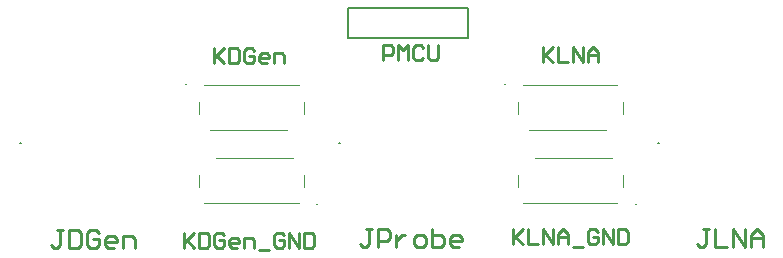
<source format=gto>
G04*
G04 #@! TF.GenerationSoftware,Altium Limited,Altium Designer,21.9.2 (33)*
G04*
G04 Layer_Color=65535*
%FSLAX24Y24*%
%MOIN*%
G70*
G04*
G04 #@! TF.SameCoordinates,87D4948C-9FC7-47F9-90E0-4F3E9AE4390E*
G04*
G04*
G04 #@! TF.FilePolarity,Positive*
G04*
G01*
G75*
%ADD10C,0.0079*%
%ADD11C,0.0039*%
%ADD12C,0.0100*%
D10*
X11378Y4374D02*
G03*
X11417Y4374I20J0D01*
G01*
D02*
G03*
X11378Y4374I-20J0D01*
G01*
D02*
G03*
X11417Y4374I20J0D01*
G01*
X22008D02*
G03*
X22047Y4374I20J0D01*
G01*
D02*
G03*
X22008Y4374I-20J0D01*
G01*
D02*
G03*
X22047Y4374I20J0D01*
G01*
X748D02*
G03*
X787Y4374I20J0D01*
G01*
D02*
G03*
X748Y4374I-20J0D01*
G01*
D02*
G03*
X787Y4374I20J0D01*
G01*
X15700Y7900D02*
Y8900D01*
X11700Y7900D02*
X15700D01*
X11700Y8900D02*
X15700D01*
X11700Y7900D02*
Y8900D01*
D11*
X6299Y6343D02*
G03*
X6260Y6343I-20J0D01*
G01*
D02*
G03*
X6299Y6343I20J0D01*
G01*
X21260Y2341D02*
G03*
X21299Y2341I20J0D01*
G01*
D02*
G03*
X21260Y2341I-20J0D01*
G01*
X16929Y6343D02*
G03*
X16890Y6343I-20J0D01*
G01*
D02*
G03*
X16929Y6343I20J0D01*
G01*
X10630Y2341D02*
G03*
X10669Y2341I20J0D01*
G01*
D02*
G03*
X10630Y2341I-20J0D01*
G01*
X7087Y4805D02*
X9646D01*
X6890Y6305D02*
X10039D01*
X6715Y5358D02*
Y5752D01*
X10215Y5358D02*
Y5752D01*
X17913Y3878D02*
X20472D01*
X17520Y2378D02*
X20669D01*
X20844Y2931D02*
Y3325D01*
X17344Y2931D02*
Y3325D01*
X17717Y4805D02*
X20276D01*
X17520Y6305D02*
X20669D01*
X17344Y5358D02*
Y5752D01*
X20844Y5358D02*
Y5752D01*
X7283Y3878D02*
X9843D01*
X6890Y2378D02*
X10039D01*
X10215Y2931D02*
Y3325D01*
X6715Y2931D02*
Y3325D01*
D12*
X12480Y1524D02*
X12280D01*
X12380D01*
Y1024D01*
X12280Y925D01*
X12180D01*
X12080Y1024D01*
X12680Y925D02*
Y1524D01*
X12980D01*
X13080Y1424D01*
Y1224D01*
X12980Y1124D01*
X12680D01*
X13280Y1324D02*
Y925D01*
Y1124D01*
X13380Y1224D01*
X13480Y1324D01*
X13580D01*
X13979Y925D02*
X14179D01*
X14279Y1024D01*
Y1224D01*
X14179Y1324D01*
X13979D01*
X13879Y1224D01*
Y1024D01*
X13979Y925D01*
X14479Y1524D02*
Y925D01*
X14779D01*
X14879Y1024D01*
Y1124D01*
Y1224D01*
X14779Y1324D01*
X14479D01*
X15379Y925D02*
X15179D01*
X15079Y1024D01*
Y1224D01*
X15179Y1324D01*
X15379D01*
X15479Y1224D01*
Y1124D01*
X15079D01*
X17178Y1516D02*
Y1016D01*
Y1183D01*
X17512Y1516D01*
X17262Y1266D01*
X17512Y1016D01*
X17678Y1516D02*
Y1016D01*
X18012D01*
X18178D02*
Y1516D01*
X18511Y1016D01*
Y1516D01*
X18678Y1016D02*
Y1349D01*
X18845Y1516D01*
X19011Y1349D01*
Y1016D01*
Y1266D01*
X18678D01*
X19178Y933D02*
X19511D01*
X20011Y1433D02*
X19928Y1516D01*
X19761D01*
X19678Y1433D01*
Y1099D01*
X19761Y1016D01*
X19928D01*
X20011Y1099D01*
Y1266D01*
X19844D01*
X20177Y1016D02*
Y1516D01*
X20511Y1016D01*
Y1516D01*
X20677D02*
Y1016D01*
X20927D01*
X21011Y1099D01*
Y1433D01*
X20927Y1516D01*
X20677D01*
X6234Y1392D02*
Y892D01*
Y1058D01*
X6567Y1392D01*
X6317Y1142D01*
X6567Y892D01*
X6734Y1392D02*
Y892D01*
X6984D01*
X7067Y975D01*
Y1308D01*
X6984Y1392D01*
X6734D01*
X7567Y1308D02*
X7484Y1392D01*
X7317D01*
X7234Y1308D01*
Y975D01*
X7317Y892D01*
X7484D01*
X7567Y975D01*
Y1142D01*
X7400D01*
X7983Y892D02*
X7817D01*
X7734Y975D01*
Y1142D01*
X7817Y1225D01*
X7983D01*
X8067Y1142D01*
Y1058D01*
X7734D01*
X8233Y892D02*
Y1225D01*
X8483D01*
X8567Y1142D01*
Y892D01*
X8733Y808D02*
X9066D01*
X9566Y1308D02*
X9483Y1392D01*
X9316D01*
X9233Y1308D01*
Y975D01*
X9316Y892D01*
X9483D01*
X9566Y975D01*
Y1142D01*
X9400D01*
X9733Y892D02*
Y1392D01*
X10066Y892D01*
Y1392D01*
X10233D02*
Y892D01*
X10483D01*
X10566Y975D01*
Y1308D01*
X10483Y1392D01*
X10233D01*
X23710Y1524D02*
X23510D01*
X23610D01*
Y1024D01*
X23510Y925D01*
X23410D01*
X23310Y1024D01*
X23910Y1524D02*
Y925D01*
X24309D01*
X24509D02*
Y1524D01*
X24909Y925D01*
Y1524D01*
X25109Y925D02*
Y1324D01*
X25309Y1524D01*
X25509Y1324D01*
Y925D01*
Y1224D01*
X25109D01*
X12860Y7141D02*
Y7641D01*
X13110D01*
X13194Y7557D01*
Y7391D01*
X13110Y7307D01*
X12860D01*
X13360Y7141D02*
Y7641D01*
X13527Y7474D01*
X13693Y7641D01*
Y7141D01*
X14193Y7557D02*
X14110Y7641D01*
X13943D01*
X13860Y7557D01*
Y7224D01*
X13943Y7141D01*
X14110D01*
X14193Y7224D01*
X14360Y7641D02*
Y7224D01*
X14443Y7141D01*
X14610D01*
X14693Y7224D01*
Y7641D01*
X18178Y7577D02*
Y7077D01*
Y7243D01*
X18511Y7577D01*
X18261Y7327D01*
X18511Y7077D01*
X18678Y7577D02*
Y7077D01*
X19011D01*
X19178D02*
Y7577D01*
X19511Y7077D01*
Y7577D01*
X19678Y7077D02*
Y7410D01*
X19844Y7577D01*
X20011Y7410D01*
Y7077D01*
Y7327D01*
X19678D01*
X7234Y7550D02*
Y7050D01*
Y7217D01*
X7567Y7550D01*
X7317Y7300D01*
X7567Y7050D01*
X7734Y7550D02*
Y7050D01*
X7983D01*
X8067Y7133D01*
Y7467D01*
X7983Y7550D01*
X7734D01*
X8567Y7467D02*
X8483Y7550D01*
X8317D01*
X8233Y7467D01*
Y7133D01*
X8317Y7050D01*
X8483D01*
X8567Y7133D01*
Y7300D01*
X8400D01*
X8983Y7050D02*
X8817D01*
X8733Y7133D01*
Y7300D01*
X8817Y7383D01*
X8983D01*
X9066Y7300D01*
Y7217D01*
X8733D01*
X9233Y7050D02*
Y7383D01*
X9483D01*
X9566Y7300D01*
Y7050D01*
X2200Y1500D02*
X2000D01*
X2100D01*
Y1000D01*
X2000Y900D01*
X1900D01*
X1800Y1000D01*
X2400Y1500D02*
Y900D01*
X2700D01*
X2800Y1000D01*
Y1400D01*
X2700Y1500D01*
X2400D01*
X3400Y1400D02*
X3300Y1500D01*
X3100D01*
X3000Y1400D01*
Y1000D01*
X3100Y900D01*
X3300D01*
X3400Y1000D01*
Y1200D01*
X3200D01*
X3900Y900D02*
X3700D01*
X3600Y1000D01*
Y1200D01*
X3700Y1300D01*
X3900D01*
X4000Y1200D01*
Y1100D01*
X3600D01*
X4200Y900D02*
Y1300D01*
X4500D01*
X4600Y1200D01*
Y900D01*
M02*

</source>
